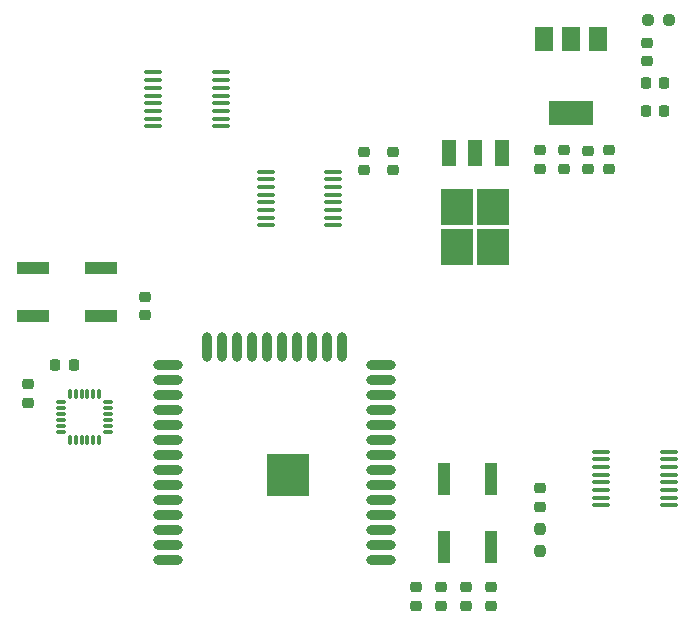
<source format=gtp>
G04 #@! TF.GenerationSoftware,KiCad,Pcbnew,(6.0.8)*
G04 #@! TF.CreationDate,2022-10-29T16:07:11-04:00*
G04 #@! TF.ProjectId,miura_board,6d697572-615f-4626-9f61-72642e6b6963,rev?*
G04 #@! TF.SameCoordinates,Original*
G04 #@! TF.FileFunction,Paste,Top*
G04 #@! TF.FilePolarity,Positive*
%FSLAX46Y46*%
G04 Gerber Fmt 4.6, Leading zero omitted, Abs format (unit mm)*
G04 Created by KiCad (PCBNEW (6.0.8)) date 2022-10-29 16:07:11*
%MOMM*%
%LPD*%
G01*
G04 APERTURE LIST*
G04 Aperture macros list*
%AMRoundRect*
0 Rectangle with rounded corners*
0 $1 Rounding radius*
0 $2 $3 $4 $5 $6 $7 $8 $9 X,Y pos of 4 corners*
0 Add a 4 corners polygon primitive as box body*
4,1,4,$2,$3,$4,$5,$6,$7,$8,$9,$2,$3,0*
0 Add four circle primitives for the rounded corners*
1,1,$1+$1,$2,$3*
1,1,$1+$1,$4,$5*
1,1,$1+$1,$6,$7*
1,1,$1+$1,$8,$9*
0 Add four rect primitives between the rounded corners*
20,1,$1+$1,$2,$3,$4,$5,0*
20,1,$1+$1,$4,$5,$6,$7,0*
20,1,$1+$1,$6,$7,$8,$9,0*
20,1,$1+$1,$8,$9,$2,$3,0*%
G04 Aperture macros list end*
%ADD10RoundRect,0.225000X-0.250000X0.225000X-0.250000X-0.225000X0.250000X-0.225000X0.250000X0.225000X0*%
%ADD11R,3.556000X3.556000*%
%ADD12O,2.500000X0.900000*%
%ADD13O,0.900000X2.500000*%
%ADD14RoundRect,0.225000X0.250000X-0.225000X0.250000X0.225000X-0.250000X0.225000X-0.250000X-0.225000X0*%
%ADD15RoundRect,0.100000X-0.637500X-0.100000X0.637500X-0.100000X0.637500X0.100000X-0.637500X0.100000X0*%
%ADD16R,1.000000X2.750000*%
%ADD17RoundRect,0.237500X0.250000X0.237500X-0.250000X0.237500X-0.250000X-0.237500X0.250000X-0.237500X0*%
%ADD18RoundRect,0.100000X0.637500X0.100000X-0.637500X0.100000X-0.637500X-0.100000X0.637500X-0.100000X0*%
%ADD19RoundRect,0.225000X-0.225000X-0.250000X0.225000X-0.250000X0.225000X0.250000X-0.225000X0.250000X0*%
%ADD20RoundRect,0.218750X-0.256250X0.218750X-0.256250X-0.218750X0.256250X-0.218750X0.256250X0.218750X0*%
%ADD21RoundRect,0.237500X0.237500X-0.250000X0.237500X0.250000X-0.237500X0.250000X-0.237500X-0.250000X0*%
%ADD22RoundRect,0.075000X0.350000X0.075000X-0.350000X0.075000X-0.350000X-0.075000X0.350000X-0.075000X0*%
%ADD23RoundRect,0.075000X-0.075000X0.350000X-0.075000X-0.350000X0.075000X-0.350000X0.075000X0.350000X0*%
%ADD24R,2.750000X1.000000*%
%ADD25R,1.500000X2.000000*%
%ADD26R,3.800000X2.000000*%
%ADD27R,2.750000X3.050000*%
%ADD28R,1.200000X2.200000*%
%ADD29RoundRect,0.225000X0.225000X0.250000X-0.225000X0.250000X-0.225000X-0.250000X0.225000X-0.250000X0*%
G04 APERTURE END LIST*
D10*
X110500000Y-42050000D03*
X110500000Y-43600000D03*
X112300000Y-42025000D03*
X112300000Y-43575000D03*
D11*
X85100000Y-69500000D03*
D12*
X75000000Y-76700000D03*
X75000000Y-75430000D03*
X75000000Y-74160000D03*
X75000000Y-72890000D03*
X75000000Y-71620000D03*
X75000000Y-70350000D03*
X75000000Y-69080000D03*
X75000000Y-67810000D03*
X75000000Y-66540000D03*
X75000000Y-65270000D03*
X75000000Y-64000000D03*
X75000000Y-62730000D03*
X75000000Y-61460000D03*
X75000000Y-60190000D03*
D13*
X78285000Y-58700000D03*
X79555000Y-58700000D03*
X80825000Y-58700000D03*
X82095000Y-58700000D03*
X83365000Y-58700000D03*
X84635000Y-58700000D03*
X85905000Y-58700000D03*
X87175000Y-58700000D03*
X88445000Y-58700000D03*
X89715000Y-58700000D03*
D12*
X93000000Y-60190000D03*
X93000000Y-61460000D03*
X93000000Y-62730000D03*
X93000000Y-64000000D03*
X93000000Y-65270000D03*
X93000000Y-66540000D03*
X93000000Y-67810000D03*
X93000000Y-69080000D03*
X93000000Y-70350000D03*
X93000000Y-71620000D03*
X93000000Y-72890000D03*
X93000000Y-74160000D03*
X93000000Y-75430000D03*
X93000000Y-76700000D03*
D14*
X73000000Y-55975000D03*
X73000000Y-54425000D03*
D10*
X100200000Y-79025000D03*
X100200000Y-80575000D03*
D15*
X83237500Y-43825000D03*
X83237500Y-44475000D03*
X83237500Y-45125000D03*
X83237500Y-45775000D03*
X83237500Y-46425000D03*
X83237500Y-47075000D03*
X83237500Y-47725000D03*
X83237500Y-48375000D03*
X88962500Y-48375000D03*
X88962500Y-47725000D03*
X88962500Y-47075000D03*
X88962500Y-46425000D03*
X88962500Y-45775000D03*
X88962500Y-45125000D03*
X88962500Y-44475000D03*
X88962500Y-43825000D03*
D16*
X98300000Y-69820000D03*
X98300000Y-75580000D03*
X102300000Y-75580000D03*
X102300000Y-69820000D03*
D10*
X106500000Y-42025000D03*
X106500000Y-43575000D03*
D17*
X117412500Y-31000000D03*
X115587500Y-31000000D03*
D18*
X117362500Y-72075000D03*
X117362500Y-71425000D03*
X117362500Y-70775000D03*
X117362500Y-70125000D03*
X117362500Y-69475000D03*
X117362500Y-68825000D03*
X117362500Y-68175000D03*
X117362500Y-67525000D03*
X111637500Y-67525000D03*
X111637500Y-68175000D03*
X111637500Y-68825000D03*
X111637500Y-69475000D03*
X111637500Y-70125000D03*
X111637500Y-70775000D03*
X111637500Y-71425000D03*
X111637500Y-72075000D03*
D19*
X115425000Y-36300000D03*
X116975000Y-36300000D03*
D10*
X91600000Y-42125000D03*
X91600000Y-43675000D03*
D14*
X63100000Y-63375000D03*
X63100000Y-61825000D03*
D15*
X73737500Y-35425000D03*
X73737500Y-36075000D03*
X73737500Y-36725000D03*
X73737500Y-37375000D03*
X73737500Y-38025000D03*
X73737500Y-38675000D03*
X73737500Y-39325000D03*
X73737500Y-39975000D03*
X79462500Y-39975000D03*
X79462500Y-39325000D03*
X79462500Y-38675000D03*
X79462500Y-38025000D03*
X79462500Y-37375000D03*
X79462500Y-36725000D03*
X79462500Y-36075000D03*
X79462500Y-35425000D03*
D10*
X94000000Y-42125000D03*
X94000000Y-43675000D03*
X102300000Y-79025000D03*
X102300000Y-80575000D03*
D20*
X115500000Y-32912500D03*
X115500000Y-34487500D03*
D21*
X106500000Y-75912500D03*
X106500000Y-74087500D03*
D22*
X69850000Y-65850000D03*
X69850000Y-65350000D03*
X69850000Y-64850000D03*
X69850000Y-64350000D03*
X69850000Y-63850000D03*
X69850000Y-63350000D03*
D23*
X69150000Y-62650000D03*
X68650000Y-62650000D03*
X68150000Y-62650000D03*
X67650000Y-62650000D03*
X67150000Y-62650000D03*
X66650000Y-62650000D03*
D22*
X65950000Y-63350000D03*
X65950000Y-63850000D03*
X65950000Y-64350000D03*
X65950000Y-64850000D03*
X65950000Y-65350000D03*
X65950000Y-65850000D03*
D23*
X66650000Y-66550000D03*
X67150000Y-66550000D03*
X67650000Y-66550000D03*
X68150000Y-66550000D03*
X68650000Y-66550000D03*
X69150000Y-66550000D03*
D24*
X69280000Y-56000000D03*
X63520000Y-56000000D03*
X63520000Y-52000000D03*
X69280000Y-52000000D03*
D10*
X98100000Y-79025000D03*
X98100000Y-80575000D03*
D25*
X111400000Y-32550000D03*
X109100000Y-32550000D03*
D26*
X109100000Y-38850000D03*
D25*
X106800000Y-32550000D03*
D19*
X115425000Y-38700000D03*
X116975000Y-38700000D03*
D10*
X108500000Y-42025000D03*
X108500000Y-43575000D03*
D27*
X99475000Y-46825000D03*
X102525000Y-46825000D03*
X102525000Y-50175000D03*
X99475000Y-50175000D03*
D28*
X103280000Y-42200000D03*
X101000000Y-42200000D03*
X98720000Y-42200000D03*
D29*
X66975000Y-60200000D03*
X65425000Y-60200000D03*
D14*
X106500000Y-72175000D03*
X106500000Y-70625000D03*
D10*
X96000000Y-79025000D03*
X96000000Y-80575000D03*
M02*

</source>
